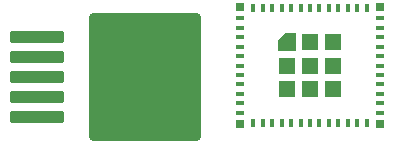
<source format=gbr>
%TF.GenerationSoftware,KiCad,Pcbnew,9.0.1*%
%TF.CreationDate,2025-04-20T22:13:02+08:00*%
%TF.ProjectId,PCB,5043422e-6b69-4636-9164-5f7063625858,rev?*%
%TF.SameCoordinates,Original*%
%TF.FileFunction,Soldermask,Top*%
%TF.FilePolarity,Negative*%
%FSLAX46Y46*%
G04 Gerber Fmt 4.6, Leading zero omitted, Abs format (unit mm)*
G04 Created by KiCad (PCBNEW 9.0.1) date 2025-04-20 22:13:02*
%MOMM*%
%LPD*%
G01*
G04 APERTURE LIST*
G04 Aperture macros list*
%AMRoundRect*
0 Rectangle with rounded corners*
0 $1 Rounding radius*
0 $2 $3 $4 $5 $6 $7 $8 $9 X,Y pos of 4 corners*
0 Add a 4 corners polygon primitive as box body*
4,1,4,$2,$3,$4,$5,$6,$7,$8,$9,$2,$3,0*
0 Add four circle primitives for the rounded corners*
1,1,$1+$1,$2,$3*
1,1,$1+$1,$4,$5*
1,1,$1+$1,$6,$7*
1,1,$1+$1,$8,$9*
0 Add four rect primitives between the rounded corners*
20,1,$1+$1,$2,$3,$4,$5,0*
20,1,$1+$1,$4,$5,$6,$7,0*
20,1,$1+$1,$6,$7,$8,$9,0*
20,1,$1+$1,$8,$9,$2,$3,0*%
%AMOutline5P*
0 Free polygon, 5 corners , with rotation*
0 The origin of the aperture is its center*
0 number of corners: always 5*
0 $1 to $10 corner X, Y*
0 $11 Rotation angle, in degrees counterclockwise*
0 create outline with 5 corners*
4,1,5,$1,$2,$3,$4,$5,$6,$7,$8,$9,$10,$1,$2,$11*%
%AMOutline6P*
0 Free polygon, 6 corners , with rotation*
0 The origin of the aperture is its center*
0 number of corners: always 6*
0 $1 to $12 corner X, Y*
0 $13 Rotation angle, in degrees counterclockwise*
0 create outline with 6 corners*
4,1,6,$1,$2,$3,$4,$5,$6,$7,$8,$9,$10,$11,$12,$1,$2,$13*%
%AMOutline7P*
0 Free polygon, 7 corners , with rotation*
0 The origin of the aperture is its center*
0 number of corners: always 7*
0 $1 to $14 corner X, Y*
0 $15 Rotation angle, in degrees counterclockwise*
0 create outline with 7 corners*
4,1,7,$1,$2,$3,$4,$5,$6,$7,$8,$9,$10,$11,$12,$13,$14,$1,$2,$15*%
%AMOutline8P*
0 Free polygon, 8 corners , with rotation*
0 The origin of the aperture is its center*
0 number of corners: always 8*
0 $1 to $16 corner X, Y*
0 $17 Rotation angle, in degrees counterclockwise*
0 create outline with 8 corners*
4,1,8,$1,$2,$3,$4,$5,$6,$7,$8,$9,$10,$11,$12,$13,$14,$15,$16,$1,$2,$17*%
G04 Aperture macros list end*
%ADD10R,0.700000X0.700000*%
%ADD11R,1.450000X1.450000*%
%ADD12Outline5P,-0.725000X0.130500X-0.130500X0.725000X0.725000X0.725000X0.725000X-0.725000X-0.725000X-0.725000X0.000000*%
%ADD13R,0.400000X0.800000*%
%ADD14R,0.800000X0.400000*%
%ADD15RoundRect,0.250000X-2.050000X-0.300000X2.050000X-0.300000X2.050000X0.300000X-2.050000X0.300000X0*%
%ADD16RoundRect,0.250002X-4.449998X-5.149998X4.449998X-5.149998X4.449998X5.149998X-4.449998X5.149998X0*%
G04 APERTURE END LIST*
D10*
%TO.C,U2*%
X133650000Y-105150000D03*
X133650000Y-115050000D03*
X145550000Y-115050000D03*
X145550000Y-105150000D03*
D11*
X141575000Y-112075000D03*
X141575000Y-110100000D03*
X141575000Y-108125000D03*
X139600000Y-112075000D03*
X139600000Y-110100000D03*
X139600000Y-108125000D03*
X137625000Y-112075000D03*
X137625000Y-110100000D03*
D12*
X137625000Y-108125000D03*
D13*
X134800000Y-105200000D03*
X135600000Y-105200000D03*
X136400000Y-105200000D03*
X137200000Y-105200000D03*
X138000000Y-105200000D03*
X138800000Y-105200000D03*
X139600000Y-105200000D03*
X140400000Y-105200000D03*
X141200000Y-105200000D03*
X142000000Y-105200000D03*
X142800000Y-105200000D03*
X143600000Y-105200000D03*
X144400000Y-105200000D03*
D14*
X145500000Y-106100000D03*
X145500000Y-106900000D03*
X145500000Y-107700000D03*
X145500000Y-108500000D03*
X145500000Y-109300000D03*
X145500000Y-110100000D03*
X145500000Y-110900000D03*
X145500000Y-111700000D03*
X145500000Y-112500000D03*
X145500000Y-113300000D03*
X145500000Y-114100000D03*
D13*
X144400000Y-115000000D03*
X143600000Y-115000000D03*
X142800000Y-115000000D03*
X142000000Y-115000000D03*
X141200000Y-115000000D03*
X140400000Y-115000000D03*
X139600000Y-115000000D03*
X138800000Y-115000000D03*
X138000000Y-115000000D03*
X137200000Y-115000000D03*
X136400000Y-115000000D03*
X135600000Y-115000000D03*
X134800000Y-115000000D03*
D14*
X133700000Y-114100000D03*
X133700000Y-113300000D03*
X133700000Y-112500000D03*
X133700000Y-111700000D03*
X133700000Y-110900000D03*
X133700000Y-110100000D03*
X133700000Y-109300000D03*
X133700000Y-108500000D03*
X133700000Y-107700000D03*
X133700000Y-106900000D03*
X133700000Y-106100000D03*
%TD*%
D15*
%TO.C,U4*%
X116450000Y-107650000D03*
X116450000Y-109350000D03*
X116450000Y-111050000D03*
D16*
X125600000Y-111050000D03*
D15*
X116450000Y-112750000D03*
X116450000Y-114450000D03*
%TD*%
M02*

</source>
